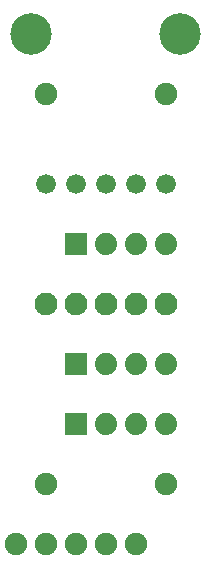
<source format=gtl>
G04 MADE WITH FRITZING*
G04 WWW.FRITZING.ORG*
G04 DOUBLE SIDED*
G04 HOLES PLATED*
G04 CONTOUR ON CENTER OF CONTOUR VECTOR*
%ASAXBY*%
%FSLAX23Y23*%
%MOIN*%
%OFA0B0*%
%SFA1.0B1.0*%
%ADD10C,0.074000*%
%ADD11C,0.076000*%
%ADD12C,0.075361*%
%ADD13C,0.075000*%
%ADD14C,0.066000*%
%ADD15C,0.138425*%
%ADD16R,0.074000X0.074000*%
%ADD17R,0.001000X0.001000*%
%LNCOPPER1*%
G90*
G70*
G54D10*
X354Y1059D03*
X554Y1059D03*
X254Y1059D03*
X454Y1059D03*
X354Y659D03*
X554Y659D03*
X254Y659D03*
X454Y659D03*
X354Y459D03*
X554Y459D03*
X254Y459D03*
X454Y459D03*
G54D11*
X454Y859D03*
X554Y859D03*
X154Y859D03*
X254Y859D03*
X354Y859D03*
G54D12*
X454Y59D03*
X354Y59D03*
X254Y59D03*
X154Y59D03*
X54Y59D03*
G54D13*
X554Y1559D03*
X154Y1559D03*
X554Y259D03*
X154Y259D03*
G54D14*
X154Y1259D03*
G54D15*
X599Y1759D03*
G54D14*
X254Y1259D03*
X354Y1259D03*
X454Y1259D03*
X554Y1259D03*
G54D15*
X104Y1759D03*
G54D16*
X254Y1059D03*
X254Y659D03*
X254Y459D03*
G54D17*
D02*
G04 End of Copper1*
M02*
</source>
